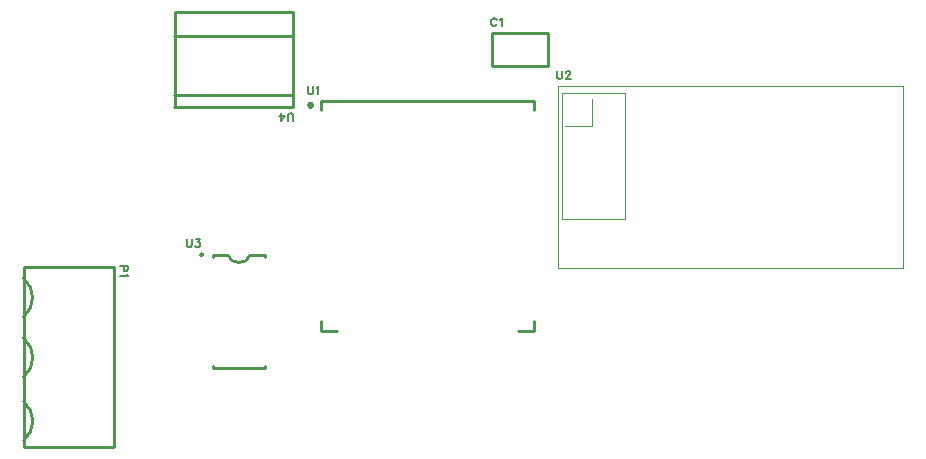
<source format=gto>
G04 Layer: TopSilkscreenLayer*
G04 EasyEDA Pro v2.2.32.3, 2024-11-28 11:51:39*
G04 Gerber Generator version 0.3*
G04 Scale: 100 percent, Rotated: No, Reflected: No*
G04 Dimensions in millimeters*
G04 Leading zeros omitted, absolute positions, 3 integers and 5 decimals*
%FSLAX35Y35*%
%MOMM*%
%ADD10C,0.1524*%
%ADD11C,0.254*%
%ADD12C,0.12*%
G75*


G04 Text Start*
G54D10*
G01X4208302Y91740D02*
G01X4205254Y98090D01*
G01X4198904Y104186D01*
G01X4192808Y107234D01*
G01X4180362Y107234D01*
G01X4174266Y104186D01*
G01X4167916Y98090D01*
G01X4164868Y91740D01*
G01X4161820Y82596D01*
G01X4161820Y67102D01*
G01X4164868Y57704D01*
G01X4167916Y51608D01*
G01X4174266Y45258D01*
G01X4180362Y42210D01*
G01X4192808Y42210D01*
G01X4198904Y45258D01*
G01X4205254Y51608D01*
G01X4208302Y57704D01*
G01X4238528Y94788D02*
G01X4244624Y98090D01*
G01X4253768Y107234D01*
G01X4253768Y42210D01*
G01X2611120Y-469265D02*
G01X2611120Y-515747D01*
G01X2614168Y-524891D01*
G01X2620518Y-531241D01*
G01X2629662Y-534289D01*
G01X2636012Y-534289D01*
G01X2645156Y-531241D01*
G01X2651252Y-524891D01*
G01X2654554Y-515747D01*
G01X2654554Y-469265D01*
G01X2684780Y-481711D02*
G01X2690876Y-478409D01*
G01X2700020Y-469265D01*
G01X2700020Y-534289D01*
G01X4719620Y-338666D02*
G01X4719620Y-385148D01*
G01X4722668Y-394292D01*
G01X4729018Y-400642D01*
G01X4738162Y-403690D01*
G01X4744512Y-403690D01*
G01X4753656Y-400642D01*
G01X4759752Y-394292D01*
G01X4763054Y-385148D01*
G01X4763054Y-338666D01*
G01X4796328Y-354160D02*
G01X4796328Y-351112D01*
G01X4799376Y-344762D01*
G01X4802424Y-341714D01*
G01X4808520Y-338666D01*
G01X4820966Y-338666D01*
G01X4827316Y-341714D01*
G01X4830364Y-344762D01*
G01X4833412Y-351112D01*
G01X4833412Y-357208D01*
G01X4830364Y-363304D01*
G01X4824014Y-372702D01*
G01X4793280Y-403690D01*
G01X4836460Y-403690D01*
G01X1084834Y-1988820D02*
G01X1019810Y-1988820D01*
G01X1084834Y-1988820D02*
G01X1084834Y-2016760D01*
G01X1081786Y-2025904D01*
G01X1078738Y-2028952D01*
G01X1072388Y-2032254D01*
G01X1063244Y-2032254D01*
G01X1057148Y-2028952D01*
G01X1053846Y-2025904D01*
G01X1050798Y-2016760D01*
G01X1050798Y-1988820D01*
G01X1072388Y-2062480D02*
G01X1075690Y-2068576D01*
G01X1084834Y-2077720D01*
G01X1019810Y-2077720D01*
G01X1583436Y-1763693D02*
G01X1583436Y-1810175D01*
G01X1586484Y-1819319D01*
G01X1592834Y-1825669D01*
G01X1601978Y-1828717D01*
G01X1608328Y-1828717D01*
G01X1617472Y-1825669D01*
G01X1623568Y-1819319D01*
G01X1626870Y-1810175D01*
G01X1626870Y-1763693D01*
G01X1663192Y-1763693D02*
G01X1697228Y-1763693D01*
G01X1678686Y-1788331D01*
G01X1687830Y-1788331D01*
G01X1694180Y-1791379D01*
G01X1697228Y-1794681D01*
G01X1700276Y-1803825D01*
G01X1700276Y-1810175D01*
G01X1697228Y-1819319D01*
G01X1691132Y-1825669D01*
G01X1681734Y-1828717D01*
G01X1672336Y-1828717D01*
G01X1663192Y-1825669D01*
G01X1660144Y-1822367D01*
G01X1657096Y-1816271D01*
G01X2486343Y-760984D02*
G01X2486343Y-714502D01*
G01X2483295Y-705358D01*
G01X2476945Y-699008D01*
G01X2467801Y-695960D01*
G01X2461451Y-695960D01*
G01X2452307Y-699008D01*
G01X2446211Y-705358D01*
G01X2442909Y-714502D01*
G01X2442909Y-760984D01*
G01X2381949Y-760984D02*
G01X2412683Y-717804D01*
G01X2366455Y-717804D01*
G01X2381949Y-760984D02*
G01X2381949Y-695960D01*
G04 Text End*

G04 PolygonModel Start*
G54D11*
G01X4646900Y-12400D02*
G01X4646900Y-292400D01*
G01X4166900Y-12400D02*
G01X4166900Y-292400D01*
G01X4166900Y-292400D02*
G01X4646900Y-292400D01*
G01X4166900Y-12400D02*
G01X4646900Y-12400D01*
G01X4521759Y-666824D02*
G01X4521759Y-588940D01*
G01X2720058Y-588940D02*
G01X2720058Y-666824D01*
G01X2720058Y-588899D02*
G01X4521759Y-588940D01*
G01X4386674Y-2538839D02*
G01X4521759Y-2538839D01*
G01X4521759Y-2538839D02*
G01X4521759Y-2454054D01*
G01X2720058Y-2454054D02*
G01X2720058Y-2538839D01*
G01X2720058Y-2538839D02*
G01X2853444Y-2538839D01*
G54D12*
G01X4762500Y-1587498D02*
G01X4762500Y-520700D01*
G01X4729500Y-2008097D02*
G01X4729500Y-463100D01*
G01X7649494Y-2008097D02*
G01X4729500Y-2008097D01*
G01X7649494Y-463100D02*
G01X7649494Y-2008097D01*
G01X4729500Y-463100D02*
G01X7649494Y-463100D01*
G01X5016500Y-800100D02*
G01X4787900Y-800100D01*
G01X5016500Y-571500D02*
G01X5016500Y-800100D01*
G01X5295899Y-1587498D02*
G01X4762500Y-1587498D01*
G01X5295899Y-520700D02*
G01X5295899Y-1587498D01*
G01X4762500Y-520700D02*
G01X5295899Y-520700D01*
G54D11*
G01X203200Y-2091436D02*
G02X203200Y-2421636I-140693J-165100D01*
G01X203200Y-2599436D02*
G02X203200Y-2929636I-133536J-165100D01*
G01X965200Y-1993900D02*
G01X203200Y-1993900D01*
G01X965200Y-1993900D02*
G01X965200Y-3009900D01*
G01X203200Y-1993900D02*
G01X203200Y-3009900D01*
G01X965200Y-3009900D02*
G01X965200Y-3517900D01*
G01X203200Y-3009900D02*
G01X203200Y-3517900D01*
G01X965200Y-3517900D02*
G01X203200Y-3517900D01*
G01X203200Y-3136900D02*
G02X203200Y-3467100I-133536J-165100D01*
G01X1811208Y-2848741D02*
G01X2251207Y-2848741D01*
G01X2251207Y-1898740D02*
G01X2251207Y-1909619D01*
G01X2251207Y-2837862D02*
G01X2251207Y-2848741D01*
G01X1811208Y-1898740D02*
G01X1811208Y-1909619D01*
G01X1811208Y-2837862D02*
G01X1811208Y-2848741D01*
G01X2251207Y-1898740D02*
G01X2131207Y-1898740D01*
G01X1811208Y-1898740D02*
G01X1931208Y-1898740D01*
G01X1931208Y-1898740D02*
G03X2123288Y-1898344I95950J43878D01*
G01X2481207Y-41300D02*
G01X1481201Y-41300D01*
G01X2481207Y-541299D02*
G01X1481201Y-541299D01*
G01X1481201Y-641299D02*
G01X2481263Y-641350D01*
G01X2481263Y-641350D02*
G01X2481263Y158750D01*
G01X2481263Y158750D02*
G01X1481265Y158750D01*
G01X1481265Y158750D02*
G01X1481265Y-641350D01*

G04 Circle Start*
G01X2616200Y-628995D02*
G03X2652878Y-628995I18339J0D01*
G03X2616200Y-628995I-18339J0D01*
G01X1701190Y-1893335D02*
G03X1721206Y-1893335I10008J0D01*
G03X1701190Y-1893335I-10008J0D01*
G04 Circle End*

M02*


</source>
